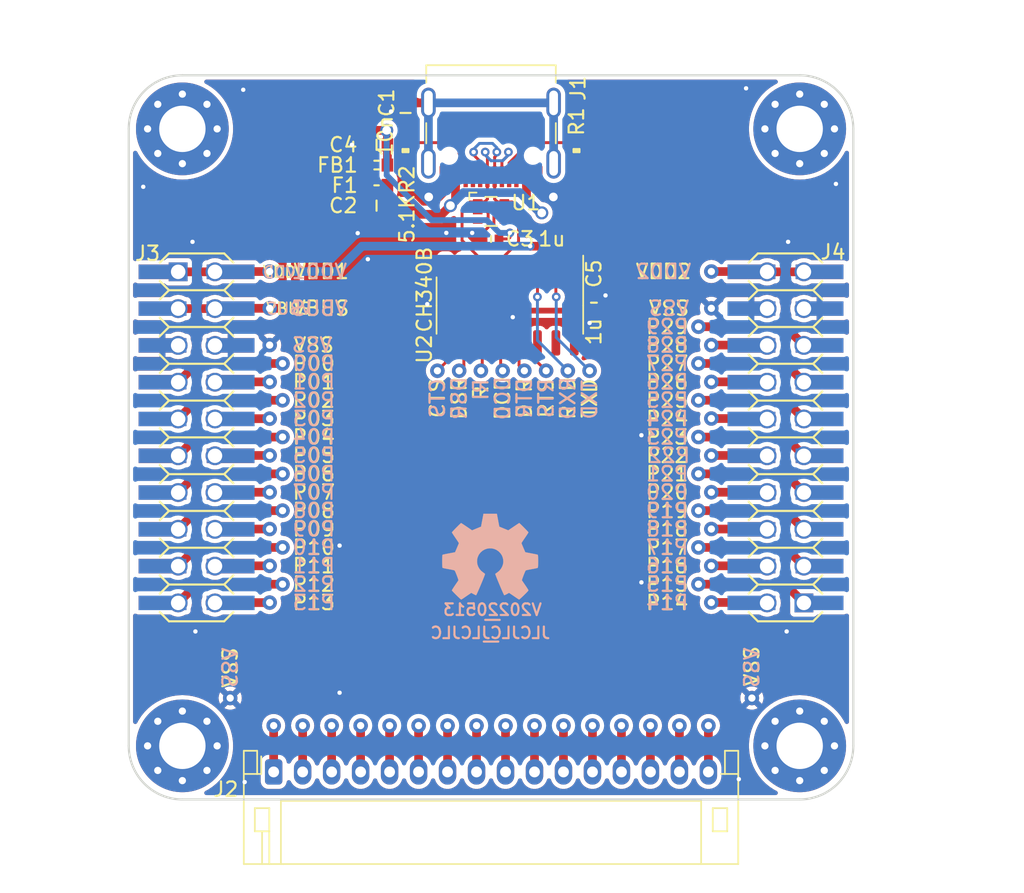
<source format=kicad_pcb>
(kicad_pcb (version 20221018) (generator pcbnew)
  (layers (0 "F.Cu" signal) (31 "B.Cu" signal) (34 "B.Paste" user) (35 "F.Paste" user) (36 "B.SilkS" user "B.Silkscreen") (37 "F.SilkS" user "F.Silkscreen") (38 "B.Mask" user) (39 "F.Mask" user) (44 "Edge.Cuts" user))
  (net 0 "")
  (net 1 "/VBUS")
  (net 2 "/VSS")
  (net 3 "/GPIO_28")
  (net 4 "/GPIO_29")
  (net 5 "/GPIO_20")
  (net 6 "/GPIO_23")
  (net 7 "/GPIO_27")
  (net 8 "/GPIO_16")
  (net 9 "/GPIO_21")
  (net 10 "/GPIO_19")
  (net 11 "/GPIO_17")
  (net 12 "/GPIO_18")
  (net 13 "/GPIO_15")
  (net 14 "/GPIO_14")
  (net 15 "/GPIO_22")
  (net 16 "/GPIO_24")
  (net 17 "/GPIO_25")
  (net 18 "/GPIO_26")
  (net 19 "/GPIO_13")
  (net 20 "/GPIO_12")
  (net 21 "/GPIO_11")
  (net 22 "/GPIO_10")
  (net 23 "/GPIO_09")
  (net 24 "/GPIO_08")
  (net 25 "/GPIO_07")
  (net 26 "/GPIO_06")
  (net 27 "/GPIO_05")
  (net 28 "/GPIO_04")
  (net 29 "/GPIO_03")
  (net 30 "/GPIO_02")
  (net 31 "/GPIO_01")
  (net 32 "/GPIO_00")
  (net 33 "/VDD1")
  (net 34 "/VDD2")
  (net 35 "Net-(C1-Pad1)")
  (net 36 "/VUSB")
  (net 37 "/CC2")
  (net 40 "/CC1")
  (net 41 "/DP")
  (net 42 "/DN")
  (net 43 "Net-(F1-Pad1)")
  (net 46 "/TXD")
  (net 47 "/RXD")
  (net 48 "/RTS")
  (net 49 "/DTR")
  (net 50 "/DCD")
  (net 51 "/RI")
  (net 52 "/DSR")
  (net 53 "/CTS")
  (net 57 "Net-(J2-Pad10)")
  (net 58 "Net-(J2-Pad9)")
  (net 59 "Net-(J2-Pad8)")
  (net 60 "Net-(J2-Pad7)")
  (net 61 "Net-(J2-Pad6)")
  (net 62 "Net-(J2-Pad5)")
  (net 63 "Net-(J2-Pad4)")
  (net 64 "Net-(J2-Pad3)")
  (net 65 "Net-(J2-Pad2)")
  (net 66 "Net-(J2-Pad1)")
  (net 67 "Net-(J2-Pad16)")
  (net 68 "Net-(J2-Pad15)")
  (net 69 "Net-(J2-Pad14)")
  (net 70 "Net-(J2-Pad13)")
  (net 71 "Net-(J2-Pad12)")
  (net 72 "Net-(J2-Pad11)")
  (footprint "MountingHole:MountingHole_3.2mm_M3_Pad_Via" (layer "F.Cu") (at 63.7 64.7)
    (fp_text reference "H1" hide)
    (fp_text value "MountingHole" hide)
  )
  (footprint "MountingHole:MountingHole_3.2mm_M3_Pad_Via" (layer "F.Cu") (at 106.3 64.7)
    (fp_text reference "H2" hide)
    (fp_text value "MountingHole" hide)
  )
  (footprint "MountingHole:MountingHole_3.2mm_M3_Pad_Via" (layer "F.Cu") (at 63.7 107.3)
    (fp_text reference "H4" hide)
    (fp_text value "MountingHole" hide)
  )
  (footprint "MountingHole:MountingHole_3.2mm_M3_Pad_Via" (layer "F.Cu") (at 106.3 107.3)
    (fp_text reference "H3" hide)
    (fp_text value "MountingHole" hide)
  )
  (footprint "SquantorConnectorsNamed:nuclone_small_right_stacked" (layer "F.Cu") (at 105.32 86 90)
    (fp_text reference "J4")
    (fp_text value "nuclone_small_right")
  )
  (footprint "SquantorConnectorsNamed:nuclone_small_left_stacked" (layer "F.Cu") (at 64.68 86 -90)
    (fp_text reference "J3")
    (fp_text value "nuclone_small_left")
  )
  (footprint "SquantorTestPoints:TestPoint_hole_H05R10_2side" (layer "F.Cu") (at 69.723 74.549)
    (fp_text reference "TP1" hide)
    (fp_text value "VDD1")
  )
  (footprint "SquantorTestPoints:TestPoint_hole_H05R10_2side" (layer "F.Cu") (at 69.723 77.089)
    (fp_text reference "TP2" hide)
    (fp_text value "VBUS")
  )
  (footprint "SquantorTestPoints:TestPoint_hole_H05R10_2side" (layer "F.Cu") (at 69.723 79.629)
    (fp_text reference "TP3" hide)
    (fp_text value "VSS")
  )
  (footprint "SquantorTestPoints:TestPoint_hole_H05R10_2side" (layer "F.Cu") (at 70.612 80.9)
    (fp_text reference "TP4" hide)
    (fp_text value "P00")
  )
  (footprint "SquantorTestPoints:TestPoint_hole_H05R10_2side" (layer "F.Cu") (at 69.723 82.169)
    (fp_text reference "TP5" hide)
    (fp_text value "P01")
  )
  (footprint "SquantorTestPoints:TestPoint_hole_H05R10_2side" (layer "F.Cu") (at 70.612 83.439)
    (fp_text reference "TP6" hide)
    (fp_text value "P02")
  )
  (footprint "SquantorTestPoints:TestPoint_hole_H05R10_2side" (layer "F.Cu") (at 69.723 84.709)
    (fp_text reference "TP7" hide)
    (fp_text value "P03")
  )
  (footprint "SquantorTestPoints:TestPoint_hole_H05R10_2side" (layer "F.Cu") (at 70.612 85.979)
    (fp_text reference "TP8" hide)
    (fp_text value "P04")
  )
  (footprint "SquantorTestPoints:TestPoint_hole_H05R10_2side" (layer "F.Cu") (at 69.723 87.249)
    (fp_text reference "TP9" hide)
    (fp_text value "P05")
  )
  (footprint "SquantorTestPoints:TestPoint_hole_H05R10_2side" (layer "F.Cu") (at 70.612 88.519)
    (fp_text reference "TP10" hide)
    (fp_text value "P06")
  )
  (footprint "SquantorTestPoints:TestPoint_hole_H05R10_2side" (layer "F.Cu") (at 69.723 89.789)
    (fp_text reference "TP11" hide)
    (fp_text value "P07")
  )
  (footprint "SquantorTestPoints:TestPoint_hole_H05R10_2side" (layer "F.Cu") (at 70.612 91.059)
    (fp_text reference "TP12" hide)
    (fp_text value "P08")
  )
  (footprint "SquantorTestPoints:TestPoint_hole_H05R10_2side" (layer "F.Cu") (at 69.723 92.329)
    (fp_text reference "TP13" hide)
    (fp_text value "P09")
  )
  (footprint "SquantorTestPoints:TestPoint_hole_H05R10_2side" (layer "F.Cu") (at 70.612 93.599)
    (fp_text reference "TP14" hide)
    (fp_text value "P10")
  )
  (footprint "SquantorTestPoints:TestPoint_hole_H05R10_2side" (layer "F.Cu") (at 69.723 94.869)
    (fp_text reference "TP15" hide)
    (fp_text value "P11")
  )
  (footprint "SquantorTestPoints:TestPoint_hole_H05R10_2side" (layer "F.Cu") (at 70.612 96.139)
    (fp_text reference "TP16" hide)
    (fp_text value "P12")
  )
  (footprint "SquantorTestPoints:TestPoint_hole_H05R10_2side" (layer "F.Cu") (at 69.723 97.409)
    (fp_text reference "TP17" hide)
    (fp_text value "P13")
  )
  (footprint "SquantorTestPoints:TestPoint_hole_H05R10_2side" (layer "F.Cu") (at 100.203 74.549)
    (fp_text reference "TP18" hide)
    (fp_text value "VDD2")
  )
  (footprint "SquantorTestPoints:TestPoint_hole_H05R10_2side" (layer "F.Cu") (at 100.203 77.089)
    (fp_text reference "TP19" hide)
    (fp_text value "VSS")
  )
  (footprint "SquantorTestPoints:TestPoint_hole_H05R10_2side" (layer "F.Cu") (at 99.314 78.359)
    (fp_text reference "TP20" hide)
    (fp_text value "P29")
  )
  (footprint "SquantorTestPoints:TestPoint_hole_H05R10_2side" (layer "F.Cu") (at 100.203 79.629)
    (fp_text reference "TP21" hide)
    (fp_text value "P28")
  )
  (footprint "SquantorTestPoints:TestPoint_hole_H05R10_2side" (layer "F.Cu") (at 99.314 80.899)
    (fp_text reference "TP22" hide)
    (fp_text value "P27")
  )
  (footprint "SquantorTestPoints:TestPoint_hole_H05R10_2side" (layer "F.Cu") (at 100.203 82.169)
    (fp_text reference "TP23" hide)
    (fp_text value "P26")
  )
  (footprint "SquantorTestPoints:TestPoint_hole_H05R10_2side" (layer "F.Cu") (at 99.314 83.439)
    (fp_text reference "TP24" hide)
    (fp_text value "P25")
  )
  (footprint "SquantorTestPoints:TestPoint_hole_H05R10_2side" (layer "F.Cu") (at 100.203 84.7)
    (fp_text reference "TP25" hide)
    (fp_text value "P24")
  )
  (footprint "SquantorTestPoints:TestPoint_hole_H05R10_2side" (layer "F.Cu") (at 99.314 85.979)
    (fp_text reference "TP26" hide)
    (fp_text value "P23")
  )
  (footprint "SquantorTestPoints:TestPoint_hole_H05R10_2side" (layer "F.Cu") (at 100.203 87.249)
    (fp_text reference "TP27" hide)
    (fp_text value "P22")
  )
  (footprint "SquantorTestPoints:TestPoint_hole_H05R10_2side" (layer "F.Cu") (at 99.314 88.519)
    (fp_text reference "TP28" hide)
    (fp_text value "P21")
  )
  (footprint "SquantorTestPoints:TestPoint_hole_H05R10_2side" (layer "F.Cu") (at 100.203 89.789)
    (fp_text reference "TP29" hide)
    (fp_text value "P20")
  )
  (footprint "SquantorTestPoints:TestPoint_hole_H05R10_2side" (layer "F.Cu") (at 99.314 91.059)
    (fp_text reference "TP30" hide)
    (fp_text value "P19")
  )
  (footprint "SquantorTestPoints:TestPoint_hole_H05R10_2side" (layer "F.Cu") (at 99.314 93.599)
    (fp_text reference "TP32" hide)
    (fp_text value "P17")
  )
  (footprint "SquantorTestPoints:TestPoint_hole_H05R10_2side" (layer "F.Cu") (at 100.2 94.869)
    (fp_text reference "TP33" hide)
    (fp_text value "P16")
  )
  (footprint "SquantorTestPoints:TestPoint_hole_H05R10_2side" (layer "F.Cu") (at 99.314 96.139)
    (fp_text reference "TP34" hide)
    (fp_text value "P15")
  )
  (footprint "SquantorTestPoints:TestPoint_hole_H05R10_2side" (layer "F.Cu") (at 100.2 97.4)
    (fp_text reference "TP35" hide)
    (fp_text value "P14")
  )
  (footprint "SquantorRcl:C_0603" (layer "F.Cu") (at 79.1 63.6 -90)
    (fp_text reference "C1")
    (fp_text value "10n")
  )
  (footprint "SquantorUsb:USB-C-HRO-31-M-12" (layer "F.Cu") (at 85 68 180)
    (fp_text reference "J1")
    (fp_text value "USB-C_PD_USB")
  )
  (footprint "SquantorRcl:C_0402" (layer "F.Cu") (at 85 72.3 180)
    (fp_text reference "C3")
    (fp_text value "1u")
  )
  (footprint "SquantorRcl:C_0603" (layer "F.Cu") (at 77.1 65.8 180)
    (fp_text reference "C4")
    (fp_text value "10u")
  )
  (footprint "SquantorRcl:F_0603_hand" (layer "F.Cu") (at 77.1 68.6)
    (fp_text reference "F1")
    (fp_text value "0.5A")
  )
  (footprint "SquantorRcl:L_0603" (layer "F.Cu") (at 77.1 67.2 180)
    (fp_text reference "FB1")
    (fp_text value "600")
  )
  (footprint "SquantorRcl:R_0402_hand" (layer "F.Cu") (at 90.9 66.2 90)
    (fp_text reference "R1")
    (fp_text value "5.1K")
  )
  (footprint "SquantorRcl:R_0402_hand" (layer "F.Cu") (at 79.1 66.2 90)
    (fp_text reference "R2")
    (fp_text value "5.1K")
  )
  (footprint "SquantorIC:SOT363-ONsemi" (layer "F.Cu") (at 85 70.4)
    (fp_text reference "U1")
    (fp_text value "TPESD0504C6")
  )
  (footprint "SquantorRcl:C_0603" (layer "F.Cu") (at 77.1 70 180)
    (fp_text reference "C2")
    (fp_text value "100n")
  )
  (footprint "SquantorRcl:C_0402" (layer "F.Cu") (at 92.1 76.7 90)
    (fp_text reference "C5")
    (fp_text value "1u")
  )
  (footprint "SquantorTestPoints:TestPoint_hole_H05R10_2side" (layer "F.Cu") (at 91.8 81.4 90)
    (fp_text reference "TP36" hide)
    (fp_text value "TXD")
  )
  (footprint "SquantorTestPoints:TestPoint_hole_H05R10_2side" (layer "F.Cu") (at 90.3 81.4 90)
    (fp_text reference "TP37" hide)
    (fp_text value "RXD")
  )
  (footprint "SquantorTestPoints:TestPoint_hole_H05R10_2side" (layer "F.Cu") (at 88.8 81.4 90)
    (fp_text reference "TP38" hide)
    (fp_text value "RTS")
  )
  (footprint "SquantorTestPoints:TestPoint_hole_H05R10_2side" (layer "F.Cu") (at 87.3 81.4 90)
    (fp_text reference "TP39" hide)
    (fp_text value "DTR")
  )
  (footprint "SquantorTestPoints:TestPoint_hole_H05R10_2side" (layer "F.Cu") (at 85.8 81.4 90)
    (fp_text reference "TP40" hide)
    (fp_text value "DCD")
  )
  (footprint "SquantorTestPoints:TestPoint_hole_H05R10_2side" (layer "F.Cu") (at 84.3 81.4 90)
    (fp_text reference "TP41" hide)
    (fp_text value "RI")
  )
  (footprint "SquantorTestPoints:TestPoint_hole_H05R10_2side" (layer "F.Cu") (at 82.8 81.4 90)
    (fp_text reference "TP42" hide)
    (fp_text value "DSR")
  )
  (footprint "SquantorTestPoints:TestPoint_hole_H05R10_2side" (layer "F.Cu") (at 81.3 81.4 -90)
    (fp_text reference "TP43" hide)
    (fp_text value "CTS")
  )
  (footprint "Package_SO:SO-16_3.9x9.9mm_P1.27mm" (layer "F.Cu") (at 86.3 76.9 -90)
    (fp_text reference "U2")
    (fp_text value "CH340B")
  )
  (footprint "Connector_JST:JST_PH_S16B-PH-K_1x16_P2.00mm_Horizontal" (layer "F.Cu") (at 70 109.1)
    (fp_text reference "J2")
    (fp_text value "Conn_01x16")
  )
  (footprint "SquantorTestPoints:TestPoint_hole_H05R10_small_text" (layer "F.Cu") (at 70 105.9 90)
    (fp_text reference "TP44")
    (fp_text value "PH1")
  )
  (footprint "SquantorTestPoints:TestPoint_hole_H05R10_small_text" (layer "F.Cu") (at 72 105.9 90)
    (fp_text reference "TP45")
    (fp_text value "PH2")
  )
  (footprint "SquantorTestPoints:TestPoint_hole_H05R10_small_text" (layer "F.Cu") (at 74 105.9 90)
    (fp_text reference "TP46")
    (fp_text value "PH3")
  )
  (footprint "SquantorTestPoints:TestPoint_hole_H05R10_small_text" (layer "F.Cu") (at 76 105.9 90)
    (fp_text reference "TP47")
    (fp_text value "PH4")
  )
  (footprint "SquantorTestPoints:TestPoint_hole_H05R10_small_text" (layer "F.Cu") (at 78 105.9 90)
    (fp_text reference "TP48")
    (fp_text value "PH5")
  )
  (footprint "SquantorTestPoints:TestPoint_hole_H05R10_small_text" (layer "F.Cu") (at 80 105.9 90)
    (fp_text reference "TP49")
    (fp_text value "PH6")
  )
  (footprint "SquantorTestPoints:TestPoint_hole_H05R10_small_text" (layer "F.Cu") (at 82 105.9 90)
    (fp_text reference "TP50")
    (fp_text value "PH7")
  )
  (footprint "SquantorTestPoints:TestPoint_hole_H05R10_small_text" (layer "F.Cu") (at 84 105.9 90)
    (fp_text reference "TP51")
    (fp_text value "PH8")
  )
  (footprint "SquantorTestPoints:TestPoint_hole_H05R10_small_text" (layer "F.Cu") (at 86 105.9 90)
    (fp_text reference "TP52")
    (fp_text value "PH9")
  )
  (footprint "SquantorTestPoints:TestPoint_hole_H05R10_small_text" (layer "F.Cu") (at 90 105.9 90)
    (fp_text reference "TP54")
    (fp_text value "PH11")
  )
  (footprint "SquantorTestPoints:TestPoint_hole_H05R10_small_text" (layer "F.Cu") (at 92 105.9 90)
    (fp_text reference "TP55")
    (fp_text value "PH12")
  )
  (footprint "SquantorTestPoints:TestPoint_hole_H05R10_small_text" (layer "F.Cu") (at 94 105.9 90)
    (fp_text reference "TP56")
    (fp_text value "PH13")
  )
  (footprint "SquantorTestPoints:TestPoint_hole_H05R10_small_text" (layer "F.Cu") (at 96 105.9 90)
    (fp_text reference "TP57")
    (fp_text value "PH14")
  )
  (footprint "SquantorTestPoints:TestPoint_hole_H05R10_small_text" (layer "F.Cu") (at 98 105.9 90)
    (fp_text reference "TP58")
    (fp_text value "PH15")
  )
  (footprint "SquantorTestPoints:TestPoint_hole_H05R10_small_text" (layer "F.Cu") (at 100 105.9 90)
    (fp_text reference "TP59")
    (fp_text value "PH16")
  )
  (footprint "SquantorTestPoints:TestPoint_hole_H05R10_small_text" (layer "F.Cu") (at 88 105.9 90)
    (fp_text reference "TP53")
    (fp_text value "PH10")
  )
  (footprint "SquantorTestPoints:TestPoint_hole_H05R10_2side" (layer "F.Cu") (at 103 104 90)
    (fp_text reference "TP60" hide)
    (fp_text value "VSS")
  )
  (footprint "SquantorTestPoints:TestPoint_hole_H05R10_2side" (layer "F.Cu") (at 67 104 90)
    (fp_text reference "TP61" hide)
    (fp_text value "VSS")
  )
  (footprint "SquantorProto:proto-SMD-0127-08X08-P010X020+pad" (layer "F.Cu") (at 79.883 89.762 90)
    (fp_text reference "J5")
    (fp_text value "127")
  )
  (footprint "SquantorProto:proto-SMD-0127-08X08-P010X020+pad" (layer "F.Cu") (at 79.883 99.922 90)
    (fp_text reference "J6")
    (fp_text value "127")
  )
  (footprint "SquantorProto:proto-SMD-0127-08X08-P010X020+pad" (layer "F.Cu") (at 90.043 89.762 -90)
    (fp_text reference "J7")
    (fp_text value "127")
  )
  (footprint "SquantorProto:proto-SMD-0127-08X08-P010X020+pad" (layer "F.Cu") (at 90.043 99.922 -90)
    (fp_text reference "J8")
    (fp_text value "127")
  )
  (footprint "SquantorTestPoints:TestPoint_hole_H05R10_2side" (layer "F.Cu") (at 100.203 92.329)
    (fp_text reference "TP31" hide)
    (fp_text value "P18")
  )
  (footprint "Symbols:OSHW-Symbol_6.7x6mm_SilkScreen" (layer "B.Cu") (at 84.95 94.25 180)
    (fp_text reference "N1" hide)
    (fp_text value "OHWLOGO" hide)
  )
  (footprint "SquantorLabels:Label_Generic" (layer "B.Cu") (at 85 99.5 180)
    (fp_text reference "N3" hide)
    (fp_text value "JLCJLCJLCJLC")
  )
  (footprint "SquantorLabels:Label_Generic" (layer "B.Cu") (at 85.1 98 180)
    (fp_text reference "N2" hide)
    (fp_text value "V20220513")
  )
  (gr_arc (start 110 107.3) (mid 108.916295 109.916295) (end 106.3 111) (stroke (width 0.15)) (layer "Edge.Cuts"))
  (gr_arc (start 63.7 111) (mid 61.083705 109.916295) (end 60 107.3) (stroke (width 0.15)) (layer "Edge.Cuts"))
  (gr_line (start 60 64.7) (end 60 107.3) (stroke (width 0.15)) (layer "Edge.Cuts"))
  (gr_line (start 106.3 61) (end 63.7 61) (stroke (width 0.15)) (layer "Edge.Cuts"))
  (gr_line (start 110 107.3) (end 110 64.7) (stroke (width 0.15)) (layer "Edge.Cuts"))
  (gr_arc (start 106.3 61) (mid 108.916295 62.083705) (end 110 64.7) (stroke (width 0.15)) (layer "Edge.Cuts"))
  (gr_arc (start 60 64.7) (mid 61.083705 62.083705) (end 63.7 61) (stroke (width 0.15)) (layer "Edge.Cuts"))
  (gr_line (start 63.7 111) (end 106.3 111) (stroke (width 0.15)) (layer "Edge.Cuts"))
  (segment (start 71.5 76.7) (end 71.111 77.089) (width 0.6) (layer "F.Cu") (net 1))
  (segment (start 85.55 71.85) (end 85.55 72.3) (width 0.2) (layer "F.Cu") (net 1))
  (segment (start 85.2 71.5) (end 85.55 71.85) (width 0.2) (layer "F.Cu") (net 1))
  (segment (start 77.85 65.8) (end 77.85 64.85) (width 0.6) (layer "F.Cu") (net 1))
  (segment (start 62.33 77.11) (end 67.03 77.11) (width 0.6) (layer "F.Cu") (net 1))
  (segment (start 67.051 77.089) (end 67.03 77.11) (width 0.6) (layer "F.Cu") (net 1))
  (segment (start 69.723 77.089) (end 67.051 77.089) (width 0.6) (layer "F.Cu") (net 1))
  (segment (start 77.85 64.85) (end 77.8 64.8) (width 0.6) (layer "F.Cu") (net 1))
  (segment (start 71.5 66.4) (end 71.5 76.7) (width 0.6) (layer "F.Cu") (net 1))
  (segment (start 85.3 70.4) (end 85.2 70.5) (width 0.2) (layer "F.Cu") (net 1))
  (segment (start 85.2 70.5) (end 85.2 71.5) (width 0.2) (layer "F.Cu") (net 1))
  (segment (start 73.1 64.8) (end 71.5 66.4) (width 0.6) (layer "F.Cu") (net 1))
  (segment (start 86.2 72.3) (end 85.55 72.3) (width 0.2) (layer "F.Cu") (net 1))
  (segment (start 85.92 70.4) (end 85.3 70.4) (width 0.2) (layer "F.Cu") (net 1))
  (segment (start 77.85 67.2) (end 77.85 65.8) (width 0.6) (layer "F.Cu") (net 1))
  (segment (start 86.3005 72.1995) (end 86.2 72.3) (width 0.2) (layer "F.Cu") (net 1))
  (segment (start 71.111 77.089) (end 69.723 77.089) (width 0.6) (layer "F.Cu") (net 1))
  (segment (start 86.3005 71.882) (end 86.3005 72.1995) (width 0.2) (layer "F.Cu") (net 1))
  (segment (start 77.8 64.8) (end 73.1 64.8) (width 0.6) (layer "F.Cu") (net 1))
  (via (at 86.3005 71.882) (size 0.6) (drill 0.3) (layers "F.Cu" "B.Cu") (net 1))
  (via (at 77.8 64.8) (size 0.9) (drill 0.6) (layers "F.Cu" "B.Cu") (net 1))
  (segment (start 84.7 71) (end 80.9 71) (width 0.4) (layer "B.Cu") (net 1))
  (segment (start 80.9 71) (end 77.8 67.9) (width 0.4) (layer "B.Cu") (net 1))
  (segment (start 77.8 67.9) (end 77.8 64.8) (width 0.4) (layer "B.Cu") (net 1))
  (segment (start 85.582 71.882) (end 84.7 71) (width 0.4) (layer "B.Cu") (net 1))
  (segment (start 86.3005 71.882) (end 85.582 71.882) (width 0.4) (layer "B.Cu") (net 1))
  (segment (start 78.1 63.9) (end 78.1 63.5) (width 0.2) (layer "F.Cu") (net 2))
  (segment (start 78.55 64.35) (end 78.1 63.9) (width 0.2) (layer "F.Cu") (net 2))
  (segment (start 83.8 72.3) (end 84.45 72.3) (width 0.2) (layer "F.Cu") (net 2))
  (segment (start 92.1 76.15) (end 92.85 76.15) (width 0.4) (layer "F.Cu") (net 2))
  (segment (start 92.85 76.15) (end 92.9 76.2) (width 0.4) (layer "F.Cu") (net 2))
  (segment (start 95.377 85.852) (end 94.488 85.852) (width 0.6) (layer "F.Cu") (net 2))
  (segment (start 79.1 64.35) (end 78.55 64.35) (width 0.2) (layer "F.Cu") (net 2))
  (segment (start 95.377 96.012) (end 94.488 96.012) (width 0.6) (layer "F.Cu") (net 2))
  (segment (start 81.4 69.4) (end 81.75 69.05) (width 0.6) (layer "F.Cu") (net 2))
  (segment (start 89.3 69.4) (end 89.250489 69.350489) (width 0.6) (layer "F.Cu") (net 2))
  (segment (start 88.550489 69.350489) (end 88.25 69.05) (width 0.6) (layer "F.Cu") (net 2))
  (segment (start 75.438 103.632) (end 74.549 103.632) (width 0.6) (layer "F.Cu") (net 2))
  (segment (start 90.745 74.325) (end 90.745 75.845) (width 0.4) (layer "F.Cu") (net 2))
  (segment (start 84.8 70.5) (end 84.8 71.5) (width 0.2) (layer "F.Cu") (net 2))
  (segment (start 83.6995 71.882) (end 83.6995 72.1995) (width 0.2) (layer "F.Cu") (net 2))
  (segment (start 84.45 71.85) (end 84.45 72.3) (width 0.2) (layer "F.Cu") (net 2))
  (segment (start 88.25 69.05) (end 88.25 68) (width 0.6) (layer "F.Cu") (net 2))
  (segment (start 76.35 65.8) (end 75.4 65.8) (width 0.6) (layer "F.Cu") (net 2))
  (segment (start 84.7 70.4) (end 84.8 70.5) (width 0.2) (layer "F.Cu") (net 2))
  (segment (start 75.438 93.472) (end 74.549 93.472) (width 0.6) (layer "F.Cu") (net 2))
  (segment (start 83.6995 72.1995) (end 83.8 72.3) (width 0.2) (layer "F.Cu") (net 2))
  (segment (start 84.08 70.4) (end 84.7 70.4) (width 0.2) (layer "F.Cu") (net 2))
  (segment (start 84.8 71.5) (end 84.45 71.85) (width 0.2) (layer "F.Cu") (net 2))
  (segment (start 91.05 76.15) (end 92.1 76.15) (width 0.4) (layer "F.Cu") (net 2))
  (segment (start 80.7 69.4) (end 81.4 69.4) (width 0.6) (layer "F.Cu") (net 2))
  (segment (start 81.75 69.05) (end 81.75 68) (width 0.6) (layer "F.Cu") (net 2))
  (segment (start 90.745 75.845) (end 91.05 76.15) (width 0.4) (layer "F.Cu") (net 2))
  (segment (start 89.250489 69.350489) (end 88.550489 69.350489) (width 0.6) (layer "F.Cu") (net 2))
  (via (at 64.6 99.4) (size 0.6) (drill 0.3) (layers "F.Cu" "B.Cu") (net 2))
  (via (at 105.4 99.4) (size 0.6) (drill 0.3) (layers "F.Cu" "B.Cu") (net 2))
  (via (at 102.1 109.6) (size 0.6) (drill 0.3) (layers "F.Cu" "B.Cu") (net 2))
  (via (at 68 109.8) (size 0.6) (drill 0.3) (layers "F.Cu" "B.Cu") (net 2))
  (via (at 67.9 62) (size 0.6) (drill 0.3) (layers "F.Cu" "B.Cu") (net 2))
  (via (at 61 68.7) (size 0.6) (drill 0.3) (layers "F.Cu" "B.Cu") (net 2))
  (via (at 102.6 61.9) (size 0.6) (drill 0.3) (layers "F.Cu" "B.Cu") (net 2))
  (via (at 108.8 68.5) (size 0.6) (drill 0.3) (layers "F.Cu" "B.Cu") (net 2))
  (via (at 78.1 63.5) (size 0.6) (drill 0.3) (layers "F.Cu" "B.Cu") (net 2))
  (via (at 81.915 71.882) (size 0.6) (drill 0.3) (layers "F.Cu" "B.Cu") (net 2))
  (via (at 80.6 76.8) (size 0.6) (drill 0.3) (layers "F.Cu" "B.Cu") (net 2))
  (via (at 86.5 77.7) (size 0.6) (drill 0.3) (layers "F.Cu" "B.Cu") (net 2))
  (via (at 91.8 78.1) (size 0.6) (drill 0.3) (layers "F.Cu" "B.Cu") (net 2))
  (via (at 75.8 71.9) (size 0.6) (drill 0.3) (layers "F.Cu" "B.Cu") (net 2))
  (via (at 95.377 85.852) (size 0.6) (drill 0.3) (layers "F.Cu" "B.Cu") (net 2))
  (via (at 64.4 72.5) (size 0.6) (drill 0.3) (layers "F.Cu" "B.Cu") (net 2))
  (via (at 80.7 69.4) (size 0.9) (drill 0.6) (layers "F.Cu" "B.Cu") (net 2))
  (via (at 95.377 96.012) (size 0.6) (drill 0.3) (layers "F.Cu" "B.Cu") (net 2))
  (via (at 83.6995 71.882) (size 0.6) (drill 0.3) (layers "F.Cu" "B.Cu") (net 2))
  (via (at 105.5 72.5) (size 0.6) (drill 0.3) (layers "F.Cu" "B.Cu") (net 2))
  (via (at 74.549 103.632) (size 0.6) (drill 0.3) (layers "F.Cu" "B.Cu") (net 2))
  (via (at 92.9 76.2) (size 0.6) (drill 0.3) (layers "F.Cu" "B.Cu") (net 2))
  (via (at 89.3 69.4) (size 0.9) (drill 0.6) (layers "F.Cu" "B.Cu") (net 2))
  (via (at 76.5 73.7) (size 0.6) (drill 0.3) (layers "F.Cu" "B.Cu") (net 2))
  (via (at 74.549 93.472) (size 0.6) (drill 0.3) (layers "F.Cu" "B.Cu") (net 2))
  (via (at 75.4 65.8) (size 0.6) (drill 0.3) (layers "F.Cu" "B.Cu") (net 2))
  (segment (start 100.203 79.629) (end 102.949 79.629) (width 0.6) (layer "F.Cu") (net 3))
  (segment (start 102.949 79.629) (end 102.97 79.65) (width 0.6) (layer "F.Cu") (net 3))
  (segment (start 105.299 78.359) (end 106.59 79.65) (width 0.6) (layer "F.Cu") (net 4))
  (segment (start 99.314 78.359) (end 105.299 78.359) (width 0.6) (layer "F.Cu") (net 4))
  (segment (start 100.203 89.789) (end 102.949 89.789) (width 0.6) (layer "F.Cu") (net 5))
  (segment (start 102.949 89.789) (end 102.97 89.81) (width 0.6) (layer "F.Cu") (net 5))
  (segment (start 99.314 85.979) (end 105.299 85.979) (width 0.6) (layer "F.Cu") (net 6))
  (segment (start 105.299 85.979) (end 106.59 87.27) (width 0.6) (layer "F.Cu") (net 6))
  (segment (start 105.299 80.899) (end 106.59 82.19) (width 0.6) (layer "F.Cu") (net 7))
  (segment (start 99.314 80.899) (end 105.299 80.899) (width 0.6) (layer "F.Cu") (net 7))
  (segment (start 100.2 94.869) (end 102.949 94.869) (width 0.6) (layer "F.Cu") (net 8))
  (segment (start 102.949 94.869) (end 102.97 94.89) (width 0.6) (layer "F.Cu") (net 8))
  (segment (start 105.299 88.519) (end 106.59 89.81) (width 0.6) (layer "F.Cu") (net 9))
  (segment (start 99.314 88.519) (end 105.299 88.519) (width 0.6) (layer "F.Cu") (net 9))
  (segment (start 105.299 91.059) (end 106.59 92.35) (width 0.6) (layer "F.Cu") (net 10))
  (segment (start 99.314 91.059) (end 105.299 91.059) (width 0.6) (layer "F.Cu") (net 10))
  (segment (start 99.314 93.599) (end 105.299 93.599) (width 0.6) (layer "F.Cu") (net 11))
  (segment (start 105.299 93.599) (end 106.59 94.89) (width 0.6) (layer "F.Cu") (net 11))
  (segment (start 102.949 92.329) (end 102.97 92.35) (width 0.6) (layer "F.Cu") (net 12))
  (segment (start 100.203 92.329) (end 102.949 92.329) (width 0.6) (layer "F.Cu") (net 12))
  (segment (start 105.299 96.139) (end 106.59 97.43) (width 0.6) (layer "F.Cu") (net 13))
  (segment (start 99.314 96.139) (end 105.299 96.139) (width 0.6) (layer "F.Cu") (net 13))
  (segment (start 102.94 97.4) (end 102.97 97.43) (width 0.6) (layer "F.Cu") (net 14))
  (segment (start 100.2 97.4) (end 102.94 97.4) (width 0.6) (layer "F.Cu") (net 14))
  (segment (start 102.949 87.249) (end 102.97 87.27) (width 0.6) (layer "F.Cu") (net 15))
  (segment (start 100.203 87.249) (end 102.949 87.249) (width 0.6) (layer "F.Cu") (net 15))
  (segment (start 100.203 84.7) (end 102.94 84.7) (width 0.6) (layer "F.Cu") (net 16))
  (segment (start 102.94 84.7) (end 102.97 84.73) (width 0.6) (layer "F.Cu") (net 16))
  (segment (start 99.1 83.5) (end 99.4 83.5) (width 0.6) (layer "F.Cu") (net 17))
  (segment (start 99.314 83.439) (end 105.299 83.439) (width 0.6) (layer "F.Cu") (net 17))
  (segment (start 105.299 83.439) (end 106.59 84.73) (width 0.6) (layer "F.Cu") (net 17))
  (segment (start 100.203 82.169) (end 102.949 82.169) (width 0.6) (layer "F.Cu") (net 18))
  (segment (start 102.949 82.169) (end 102.97 82.19) (width 0.6) (layer "F.Cu") (net 18))
  (segment (start 67.051 97.409) (end 67.03 97.43) (width 0.6) (layer "F.Cu") (net 19))
  (segment (start 69.723 97.409) (end 67.051 97.409) (width 0.6) (layer "F.Cu") (net 19))
  (segment (start 64.701 96.139) (end 63.41 97.43) (width 0.6) (layer "F.Cu") (net 20))
  (segment (start 70.612 96.139) (end 64.701 96.139) (width 0.6) (layer "F.Cu") (net 20))
  (segment (start 69.723 94.869) (end 67.051 94.869) (width 0.6) (layer "F.Cu") (net 21))
  (segment (start 67.051 94.869) (end 67.03 94.89) (width 0.6) (layer "F.Cu") (net 21))
  (segment (start 64.701 93.599) (end 63.41 94.89) (width 0.6) (layer "F.Cu") (net 22))
  (segment (start 70.612 93.599) (end 64.701 93.599) (width 0.6) (layer "F.Cu") (net 22))
  (segment (start 69.723 92.329) (end 67.051 92.329) (width 0.6) (layer "F.Cu") (net 23))
  (segment (start 67.051 92.329) (end 67.03 92.35) (width 0.6) (layer "F.Cu") (net 23))
  (segment (start 70.612 91.059) (end 64.701 91.059) (width 0.6) (layer "F.Cu") (net 24))
  (segment (start 64.701 91.059) (end 63.41 92.35) (width 0.6) (layer "F.Cu") (net 24))
  (segment (start 67.051 89.789) (end 67.03 89.81) (width 0.6) (layer "F.Cu") (net 25))
  (segment (start 69.723 89.789) (end 67.051 89.789) (width 0.6) (layer "F.Cu") (net 25))
  (segment (start 70.612 88.519) (end 64.701 88.519) (width 0.6) (layer "F.Cu") (net 26))
  (segment (start 64.701 88.519) (end 63.41 89.81) (width 0.6) (layer "F.Cu") (net 26))
  (segment (start 67.051 87.249) (end 67.03 87.27) (width 0.6) (layer "F.Cu") (net 27))
  (segment (start 69.723 87.249) (end 67.051 87.249) (width 0.6) (layer "F.Cu") (net 27))
  (segment (start 64.701 85.979) (end 63.41 87.27) (width 0.6) (layer "F.Cu") (net 28))
  (segment (start 70.612 85.979) (end 64.701 85.979) (width 0.6) (layer "F.Cu") (net 28))
  (segment (start 67.051 84.709) (end 67.03 84.73) (width 0.6) (layer "F.Cu") (net 29))
  (segment (start 69.723 84.709) (end 67.051 84.709) (width 0.6) (layer "F.Cu") (net 29))
  (segment (start 64.701 83.439) (end 63.41 84.73) (width 0.6) (layer "F.Cu") (net 30))
  (segment (start 70.612 83.439) (end 64.701 83.439) (width 0.6) (layer "F.Cu") (net 30))
  (segment (start 67.051 82.169) (end 67.03 82.19) (width 0.6) (layer "F.Cu") (net 31))
  (segment (start 69.723 82.169) (end 67.051 82.169) (width 0.6) (layer "F.Cu") (net 31))
  (segment (start 64.7 80.9) (end 63.41 82.19) (width 0.6) (layer "F.Cu") (net 32))
  (segment (start 70.612 80.9) (end 64.7 80.9) (width 0.6) (layer "F.Cu") (net 32))
  (segment (start 92.1 77.25) (end 92.95 77.25) (width 0.6) (layer "F.Cu") (net 33))
  (segment (start 86.935 76.835) (end 86.935 74.325) (width 0.4) (layer "F.Cu") (net 33))
  (segment (start 93.7 75) (end 91.5 72.8) (width 0.6) (layer "F.Cu") (net 33))
  (segment (start 90.745 79.475) (end 90.745 77.255) (width 0.4) (layer "F.Cu") (net 33))
  (segment (start 69.723 74.549) (end 67.051 74.549) (width 0.6) (layer "F.Cu") (net 33))
  (segment (start 67.051 74.549) (end 67.03 74.57) (width 0.4) (layer "F.Cu") (net 33))
  (segment (start 90.75 77.25) (end 87.35 77.25) (width 0.4) (layer "F.Cu") (net 33))
  (segment (start 92.1 77.25) (end 90.75 77.25) (width 0.4) (layer "F.Cu") (net 33))
  (segment (start 93.7 76.5) (end 93.7 75) (width 0.6) (layer "F.Cu") (net 33))
  (segment (start 87.35 77.25) (end 86.935 76.835) (width 0.4) (layer "F.Cu") (net 33))
  (segment (start 62.33 74.57) (end 67.03 74.57) (width 0.6) (layer "F.Cu") (net 33))
  (segment (start 92.95 77.25) (end 93.7 76.5) (width 0.6) (layer "F.Cu") (net 33))
  (segment (start 90.745 77.255) (end 90.75 77.25) (width 0.4) (layer "F.Cu") (net 33))
  (segment (start 91.5 72.8) (end 87.7 72.8) (width 0.6) (layer "F.Cu") (net 33))
  (via (at 87.7 72.8) (size 0.6) (drill 0.3) (layers "F.Cu" "B.Cu") (net 33))
  (segment (start 87.7 72.8) (end 76.1 72.8) (width 0.6) (layer "B.Cu") (net 33))
  (segment (start 74.351 74.549) (end 69.723 74.549) (width 0.6) (layer "B.Cu") (net 33))
  (segment (start 76.1 72.8) (end 74.351 74.549) (width 0.6) (layer "B.Cu") (net 33))
  (segment (start 107.67 74.57) (end 102.97 74.57) (width 0.6) (layer "F.Cu") (net 34))
  (segment (start 100.203 74.549) (end 102.949 74.549) (width 0.6) (layer "F.Cu") (net 34))
  (segment (start 102.949 74.549) (end 102.97 74.57) (width 0.6) (layer "F.Cu") (net 34))
  (segment (start 79.905 62.905) (end 80.68 62.905) (width 0.6) (layer "F.Cu") (net 35))
  (segment (start 79.1 62.85) (end 79.85 62.85) (width 0.6) (layer "F.Cu") (net 35))
  (segment (start 79.85 62.85) (end 79.905 62.905) (width 0.6) (layer "F.Cu") (net 35))
  (segment (start 89.32 67.085) (end 89.32 62.905) (width 0.6) (layer "B.Cu") (net 35))
  (segment (start 80.68 67.085) (end 80.68 62.905) (width 0.6) (layer "B.Cu") (net 35))
  (segment (start 89.32 62.905) (end 80.68 62.905) (width 0.6) (layer "B.Cu") (net 35))
  (segment (start 79.4 70) (end 77.85 70) (width 0.6) (layer "F.Cu") (net 36))
  (segment (start 88.4 70.5) (end 87.45 69.55) (width 0.6) (layer "F.Cu") (net 36))
  (segment (start 82.2 70) (end 82.55 69.65) (width 0.6) (layer "F.Cu") (net 36))
  (segment (start 88.5 70.5) (end 88.4 70.5) (width 0.6) (layer "F.Cu") (net 36))
  (segment (start 82.55 69.65) (end 82.55 68) (width 0.6) (layer "F.Cu") (net 36))
  (segment (start 77.85 70) (end 77.85 68.6) (width 0.6) (layer "F.Cu") (net 36))
  (segment (start 82.2 70) (end 81.6 70.6) (width 0.6) (layer "F.Cu") (net 36))
  (segment (start 87.45 69.55) (end 87.45 68) (width 0.6) (layer "F.Cu") (net 36))
  (segment (start 81.6 70.6) (end 80 70.6) (width 0.6) (layer "F.Cu") (net 36))
  (segment (start 80 70.6) (end 79.4 70) (width 0.6) (layer "F.Cu") (net 36))
  (via (at 82.2 70) (size 0.9) (drill 0.6) (layers "F.Cu" "B.Cu") (net 36))
  (via (at 88.5 70.5) (size 0.9) (drill 0.6) (layers "F.Cu" "B.Cu") (net 36))
  (segment (start 83.1 69.1) (end 87 69.1) (width 0.6) (layer "B.Cu") (net 36))
  (segment (start 88.4 70.5) (end 88.5 70.5) (width 0.6) (layer "B.Cu") (net 36))
  (segment (start 82.2 70) (end 83.1 69.1) (width 0.6) (layer "B.Cu") (net 36))
  (segment (start 87 69.1) (end 88.4 70.5) (width 0.6) (layer "B.Cu") (net 36))
  (segment (start 82.8 66) (end 82.45 65.65) (width 0.2) (layer "F.Cu") (net 37))
  (segment (start 82.45 65.65) (end 79.1 65.65) (width 0.2) (layer "F.Cu") (net 37))
  (segment (start 82.8 66.4) (end 82.8 66) (width 0.2) (layer "F.Cu") (net 37))
  (segment (start 83.25 66.85) (end 82.8 66.4) (width 0.2) (layer "F.Cu") (net 37))
  (segment (start 83.25 68) (end 83.25 66.85) (width 0.2) (layer "F.Cu") (net 37))
  (segment (start 86.9 66) (end 87.25 65.65) (width 0.2) (layer "F.Cu") (net 40))
  (segment (start 87.25 65.65) (end 90.9 65.65) (width 0.2) (layer "F.Cu") (net 40))
  (segment (start 86.25 68) (end 86.25 67.05) (width 0.2) (layer "F.Cu") (net 40))
  (segment (start 86.25 67.05) (end 86.9 66.4) (width 0.2) (layer "F.Cu") (net 40))
  (segment (start 86.9 66.4) (end 86.9 66) (width 0.2) (layer "F.Cu") (net 40))
  (segment (start 83.8 66.5) (end 83.8 66.3) (width 0.2) (layer "F.Cu") (net 41))
  (segment (start 85.4 66.5) (end 85.4 66.3) (width 0.2) (layer "F.Cu") (net 41))
  (segment (start 85.25 68) (end 85.25 69.55) (width 0.2) (layer "F.Cu") (net 41))
  (segment (start 86.45 69.75) (end 85.92 69.75) (width 0.2) (layer "F.Cu") (net 41))
  (segment (start 85.665 74.325) (end 85.665 73.735) (width 0.2) (layer "F.Cu") (net 41))
  (segment (start 85.25 66.65) (end 85.4 66.5) (width 0.2) (layer "F.Cu") (net 41))
  (segment (start 86.9 70.2) (end 86.45 69.75) (width 0.2) (layer "F.Cu") (net 41))
  (segment (start 85.25 69.55) (end 85.45 69.75) (width 0.2) (layer "F.Cu") (net 41))
  (segment (start 85.45 69.75) (end 85.92 69.75) (width 0.2) (layer "F.Cu") (net 41))
  (segment (start 85.25 68) (end 85.25 66.65) (width 0.2) (layer "F.Cu") (net 41))
  (segment (start 86.9 72.5) (end 86.9 70.2) (width 0.2) (layer "F.Cu") (net 41))
  (segment (start 84.25 66.95) (end 83.8 66.5) (width 0.2) (layer "F.Cu") (net 41))
  (segment (start 85.665 73.735) (end 86.9 72.5) (width 0.2) (layer "F.Cu") (net 41))
  (segment (start 84.25 68) (end 84.25 66.95) (width 0.2) (layer "F.Cu") (net 41))
  (via (at 85.4 66.3) (size 0.6) (drill 0.3) (layers "F.Cu" "B.Cu") (net 41))
  (via (at 83.8 66.3) (size 0.6) (drill 0.3) (layers "F.Cu" "B.Cu") (net 41))
  (segment (start 85.1 65.7) (end 85.4 66) (width 0.2) (layer "B.Cu") (net 41))
  (segment (start 83.8 66.3) (end 83.8 66.1) (width 0.2) (layer "B.Cu") (net 41))
  (segment (start 83.8 66.1) (end 84.2 65.7) (width 0.2) (layer "B.Cu") (net 41))
  (segment (start 85.4 66) (end 85.4 66.3) (width 0.2) (layer "B.Cu") (net 41))
  (segment (start 84.2 65.7) (end 85.1 65.7) (width 0.2) (layer "B.Cu") (net 41))
  (segment (start 85.75 66.95) (end 86.2 66.5) (width 0.2) (layer "F.Cu") (net 42))
  (segment (start 83.55 69.75) (end 84.08 69.75) (width 0.2) (layer "F.Cu") (net 42))
  (segment (start 83 70.3) (end 83.55 69.75) (width 0.2) (layer "F.Cu") (net 42))
  (segment (start 84.6 66.3) (end 84.6 66.5) (width 0.2) (layer "F.Cu") (net 42))
  (segment (start 84.6 66.5) (end 84.75 66.65) (width 0.2) (layer "F.Cu") (net 42))
  (segment (start 84.395 74.325) (end 84.395 73.795) (width 0.2) (layer "F.Cu") (net 42))
  (segment (start 86.2 66.5) (end 86.2 66.3) (width 0.2) (layer "F.Cu") (net 42))
  (segment (start 84.395 73.795) (end 83 72.4) (width 0.2) (layer "F.Cu") (net 42))
  (segment (start 83 72.4) (end 83 70.3) (width 0.2) (layer "F.Cu") (net 42))
  (segment (start 84.75 68) (end 84.75 69.55) (width 0.2) (layer "F.Cu") (net 42))
  (segment (start 84.75 69.55) (end 84.55 69.75) (width 0.2) (layer "F.Cu") (net 42))
  (segment (start 84.75 66.65) (end 84.75 68) (width 0.2) (layer "F.Cu") (net 42))
  (segment (start 84.55 69.75) (end 84.08 69.75) (width 0.2) (layer "F.Cu") (net 42))
  (segment (start 85.75 68) (end 85.75 66.95) (width 0.2) (layer "F.Cu") (net 42))
  (via (at 86.2 66.3) (size 0.6) (drill 0.3) (layers "F.Cu" "B.Cu") (net 42))
  (via (at 84.6 66.3) (size 0.6) (drill 0.3) (layers "F.Cu" "B.Cu") (net 42))
  (segment (start 85 66.9) (end 85.8 66.9) (width 0.2) (layer "B.Cu") (net 42))
  (segment (start 86.2 66.5) (end 86.2 66.3) (width 0.2) (layer "B.Cu") (net 42))
  (segment (start 84.6 66.3) (end 84.6 66.5) (width 0.2) (layer "B.Cu") (net 42))
  (segment (start 85.8 66.9) (end 86.2 66.5) (width 0.2) (layer "B.Cu") (net 42))
  (segment (start 84.6 66.5) (end 85 66.9) (width 0.2) (layer "B.Cu") (net 42))
  (segment (start 76.35 68.6) (end 76.35 67.2) (width 0.6) (layer "F.Cu") (net 43))
  (segment (start 89.475 74.325) (end 89.475 76.275) (width 0.2) (layer "F.Cu") (net 46))
  (segment (start 89.475 76.275) (end 89.5 76.3) (width 0.2) (layer "F.Cu") (net 46))
  (via (at 89.5 76.3) (size 0.6) (drill 0.3) (layers "F.Cu" "B.Cu") (net 46))
  (segment (start 89.5 76.3) (end 89.5 79.1) (width 0.2) (layer "B.Cu") (net 46))
  (segment (start 89.5 79.1) (end 91.8 81.4) (width 0.2) (layer "B.Cu") (net 46))
  (segment (start 88.205 74.325) (end 88.205 76.295) (width 0.2) (layer "F.Cu") (net 47))
  (segment (start 88.205 76.295) (end 88.2 76.3) (width 0.2) (layer "F.Cu") (net 47))
  (via (at 88.2 76.3) (size 0.6) (drill 0.3) (layers "F.Cu" "B.Cu") (net 47))
  (segment (start 88.2 76.3) (end 88.2 79.3) (width 0.2) (layer "B.Cu") (net 47))
  (segment (start 88.2 79.3) (end 90.3 81.4) (width 0.2) (layer "B.Cu") (net 47))
  (segment (start 88.205 79.475) (end 88.205 80.805) (width 0.2) (layer "F.Cu") (net 48))
  (segment (start 88.205 80.805) (end 88.8 81.4) (width 0.2) (layer "F.Cu") (net 48))
  (segment (start 86.935 81.035) (end 87.3 81.4) (width 0.2) (layer "F.Cu") (net 49))
  (segment (start 86.935 79.475) (end 86.935 81.035) (width 0.2) (layer "F.Cu") (net 49))
  (segment (start 85.665 79.475) (end 85.665 81.265) (width 0.2) (layer "F.Cu") (net 50))
  (segment (start 85.665 81.265) (end 85.8 81.4) (width 0.2) (layer "F.Cu") (net 50))
  (segment (start 84.395 81.305) (end 84.3 81.4) (width 0.2) (layer "F.Cu") (net 51))
  (segment (start 84.395 79.475) (end 84.395 81.305) (width 0.2) (layer "F.Cu") (net 51))
  (segment (start 83.125 79.475) (end 83.125 81.075) (width 0.2) (layer "F.Cu") (net 52))
  (segment (start 83.125 81.075) (end 82.8 81.4) (width 0.2) (layer "F.Cu") (net 52))
  (segment (start 81.855 80.845) (end 81.3 81.4) (width 0.2) (layer "F.Cu") (net 53))
  (segment (start 81.855 79.475) (end 81.855 80.845) (width 0.2) (layer "F.Cu") (net 53))
  (segment (start 88 109.1) (end 88 105.9) (width 0.6) (layer "F.Cu") (net 57))
  (segment (start 86 109.1) (end 86 105.9) (width 0.6) (layer "F.Cu") (net 58))
  (segment (start 84 109.1) (end 84 105.9) (width 0.6) (layer "F.Cu") (net 59))
  (segment (start 82 109.1) (end 82 105.9) (width 0.6) (layer "F.Cu") (net 60))
  (segment (start 80 109.1) (end 80 105.9) (width 0.6) (layer "F.Cu") (net 61))
  (segment (start 78 109.1) (end 78 105.9) (width 0.6) (layer "F.Cu") (net 62))
  (segment (start 76 109.1) (end 76 105.9) (width 0.6) (layer "F.Cu") (net 63))
  (segment (start 74 109.1) (end 74 105.9) (width 0.6) (layer "F.Cu") (net 64))
  (segment (start 72 109.1) (end 72 105.9) (width 0.6) (layer "F.Cu") (net 65))
  (segment (start 70 109.1) (end 70 105.9) (width 0.6) (layer "F.Cu") (net 66))
  (segment (start 100 109.1) (end 100 105.9) (width 0.6) (layer "F.Cu") (net 67))
  (segment (start 98 109.1) (end 98 105.9) (width 0.6) (layer "F.Cu") (net 68))
  (segment (start 96 109.1) (end 96 105.9) (width 0.6) (layer "F.Cu") (net 69))
  (segment (start 94 109.1) (end 94 105.9) (width 0.6) (layer "F.Cu") (net 70))
  (segment (start 92 109.1) (end 92 105.9) (width 0.6) (layer "F.Cu") (net 71))
  (segment (start 90 109.1) (end 90 105.9) (width 0.6) (layer "F.Cu") (net 72))
  (zone (net 0) (net_name "") (layer "F.Cu") (connect_pads (clearance 0)) (min_thickness 0.254)
    (keepout (tracks allowed) (vias allowed) (pads allowed) (copperpour not_allowed) (footprints allowed))
    (fill (thermal_gap 0.508) (thermal_bridge_width 0.508))
    (polygon (pts (xy 90.2 69.1) (xy 79.8 69.1) (xy 79.8 60.3) (xy 90.2 60.3)))
  )
  (zone (net 2) (net_name "/VSS") (layer "F.Cu") (connect_pads (clearance 0.3)) (min_thickness 0.3) (fill yes (thermal_gap 0.3) (thermal_bridge_width 0.4))
    (polygon (pts (xy 110 111) (xy 60 111) (xy 60 61) (xy 110 61)))
  )
  (zone (net 2) (net_name "/VSS") (layer "B.Cu") (connect_pads (clearance 0.3)) (min_thickness 0.3) (fill yes (thermal_gap 0.3) (thermal_bridge_width 0.4))
    (polygon (pts (xy 60 61) (xy 110 61) (xy 110 111) (xy 60 111)))
  )
)
</source>
